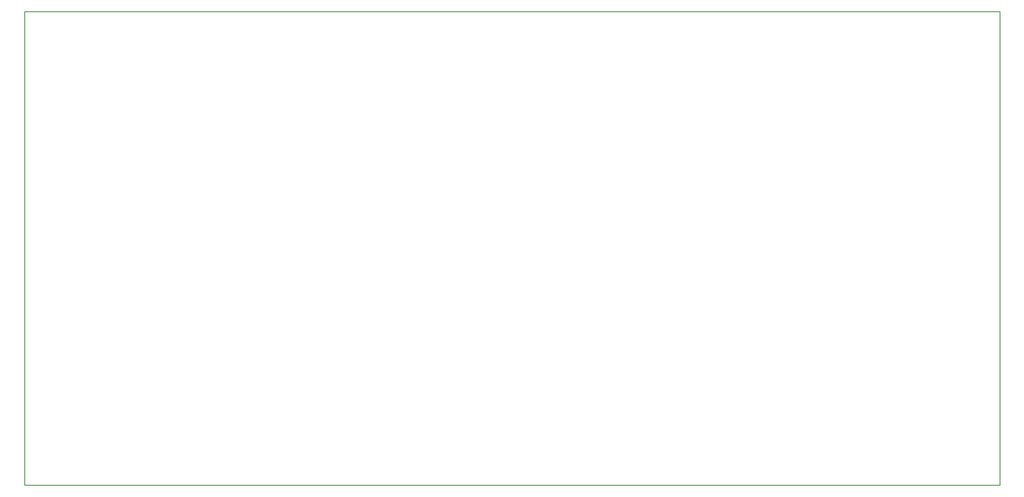
<source format=gm1>
%TF.GenerationSoftware,KiCad,Pcbnew,(5.1.10)-1*%
%TF.CreationDate,2021-06-08T18:49:46-04:00*%
%TF.ProjectId,PSU_main,5053555f-6d61-4696-9e2e-6b696361645f,rev?*%
%TF.SameCoordinates,Original*%
%TF.FileFunction,Profile,NP*%
%FSLAX46Y46*%
G04 Gerber Fmt 4.6, Leading zero omitted, Abs format (unit mm)*
G04 Created by KiCad (PCBNEW (5.1.10)-1) date 2021-06-08 18:49:46*
%MOMM*%
%LPD*%
G01*
G04 APERTURE LIST*
%TA.AperFunction,Profile*%
%ADD10C,0.050000*%
%TD*%
G04 APERTURE END LIST*
D10*
X185356500Y-75018900D02*
X185356500Y-124371100D01*
X83781900Y-75018900D02*
X185356500Y-75018900D01*
X83781900Y-124371100D02*
X83781900Y-75018900D01*
X185356500Y-124371100D02*
X83781900Y-124371100D01*
M02*

</source>
